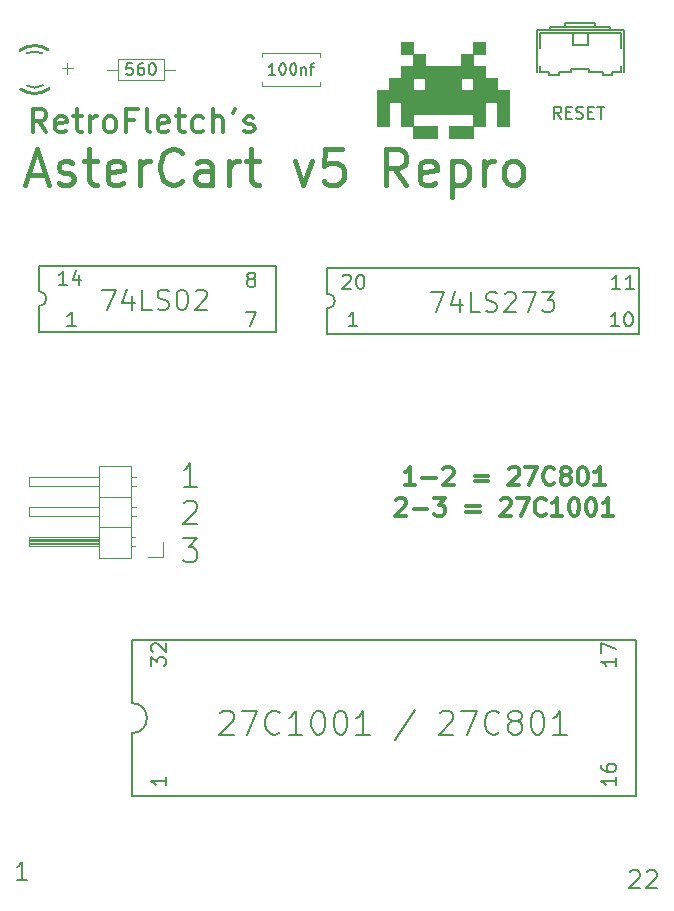
<source format=gbr>
G04 #@! TF.GenerationSoftware,KiCad,Pcbnew,(5.1.2)-2*
G04 #@! TF.CreationDate,2020-09-20T10:45:48+02:00*
G04 #@! TF.ProjectId,FCIII+e5frog134_double_holes_HCT04,46434949-492b-4653-9566-726f67313334,rev?*
G04 #@! TF.SameCoordinates,Original*
G04 #@! TF.FileFunction,Legend,Top*
G04 #@! TF.FilePolarity,Positive*
%FSLAX46Y46*%
G04 Gerber Fmt 4.6, Leading zero omitted, Abs format (unit mm)*
G04 Created by KiCad (PCBNEW (5.1.2)-2) date 2020-09-20 10:45:48*
%MOMM*%
%LPD*%
G04 APERTURE LIST*
%ADD10C,0.350000*%
%ADD11C,0.200000*%
%ADD12C,0.450000*%
%ADD13C,0.300000*%
%ADD14C,0.010000*%
%ADD15C,0.120000*%
%ADD16C,0.127000*%
%ADD17C,0.254000*%
%ADD18C,0.152400*%
%ADD19C,0.141000*%
%ADD20C,0.150000*%
%ADD21C,0.168910*%
%ADD22C,0.120650*%
%ADD23C,0.160000*%
G04 APERTURE END LIST*
D10*
X156192857Y-101978571D02*
X155335714Y-101978571D01*
X155764285Y-101978571D02*
X155764285Y-100478571D01*
X155621428Y-100692857D01*
X155478571Y-100835714D01*
X155335714Y-100907142D01*
X156835714Y-101407142D02*
X157978571Y-101407142D01*
X158621428Y-100621428D02*
X158692857Y-100550000D01*
X158835714Y-100478571D01*
X159192857Y-100478571D01*
X159335714Y-100550000D01*
X159407142Y-100621428D01*
X159478571Y-100764285D01*
X159478571Y-100907142D01*
X159407142Y-101121428D01*
X158550000Y-101978571D01*
X159478571Y-101978571D01*
X161264285Y-101192857D02*
X162407142Y-101192857D01*
X162407142Y-101621428D02*
X161264285Y-101621428D01*
X164192857Y-100621428D02*
X164264285Y-100550000D01*
X164407142Y-100478571D01*
X164764285Y-100478571D01*
X164907142Y-100550000D01*
X164978571Y-100621428D01*
X165050000Y-100764285D01*
X165050000Y-100907142D01*
X164978571Y-101121428D01*
X164121428Y-101978571D01*
X165050000Y-101978571D01*
X165550000Y-100478571D02*
X166550000Y-100478571D01*
X165907142Y-101978571D01*
X167978571Y-101835714D02*
X167907142Y-101907142D01*
X167692857Y-101978571D01*
X167550000Y-101978571D01*
X167335714Y-101907142D01*
X167192857Y-101764285D01*
X167121428Y-101621428D01*
X167050000Y-101335714D01*
X167050000Y-101121428D01*
X167121428Y-100835714D01*
X167192857Y-100692857D01*
X167335714Y-100550000D01*
X167550000Y-100478571D01*
X167692857Y-100478571D01*
X167907142Y-100550000D01*
X167978571Y-100621428D01*
X168835714Y-101121428D02*
X168692857Y-101050000D01*
X168621428Y-100978571D01*
X168550000Y-100835714D01*
X168550000Y-100764285D01*
X168621428Y-100621428D01*
X168692857Y-100550000D01*
X168835714Y-100478571D01*
X169121428Y-100478571D01*
X169264285Y-100550000D01*
X169335714Y-100621428D01*
X169407142Y-100764285D01*
X169407142Y-100835714D01*
X169335714Y-100978571D01*
X169264285Y-101050000D01*
X169121428Y-101121428D01*
X168835714Y-101121428D01*
X168692857Y-101192857D01*
X168621428Y-101264285D01*
X168550000Y-101407142D01*
X168550000Y-101692857D01*
X168621428Y-101835714D01*
X168692857Y-101907142D01*
X168835714Y-101978571D01*
X169121428Y-101978571D01*
X169264285Y-101907142D01*
X169335714Y-101835714D01*
X169407142Y-101692857D01*
X169407142Y-101407142D01*
X169335714Y-101264285D01*
X169264285Y-101192857D01*
X169121428Y-101121428D01*
X170335714Y-100478571D02*
X170478571Y-100478571D01*
X170621428Y-100550000D01*
X170692857Y-100621428D01*
X170764285Y-100764285D01*
X170835714Y-101050000D01*
X170835714Y-101407142D01*
X170764285Y-101692857D01*
X170692857Y-101835714D01*
X170621428Y-101907142D01*
X170478571Y-101978571D01*
X170335714Y-101978571D01*
X170192857Y-101907142D01*
X170121428Y-101835714D01*
X170050000Y-101692857D01*
X169978571Y-101407142D01*
X169978571Y-101050000D01*
X170050000Y-100764285D01*
X170121428Y-100621428D01*
X170192857Y-100550000D01*
X170335714Y-100478571D01*
X172264285Y-101978571D02*
X171407142Y-101978571D01*
X171835714Y-101978571D02*
X171835714Y-100478571D01*
X171692857Y-100692857D01*
X171550000Y-100835714D01*
X171407142Y-100907142D01*
X154621428Y-103221428D02*
X154692857Y-103150000D01*
X154835714Y-103078571D01*
X155192857Y-103078571D01*
X155335714Y-103150000D01*
X155407142Y-103221428D01*
X155478571Y-103364285D01*
X155478571Y-103507142D01*
X155407142Y-103721428D01*
X154550000Y-104578571D01*
X155478571Y-104578571D01*
X156121428Y-104007142D02*
X157264285Y-104007142D01*
X157835714Y-103078571D02*
X158764285Y-103078571D01*
X158264285Y-103650000D01*
X158478571Y-103650000D01*
X158621428Y-103721428D01*
X158692857Y-103792857D01*
X158764285Y-103935714D01*
X158764285Y-104292857D01*
X158692857Y-104435714D01*
X158621428Y-104507142D01*
X158478571Y-104578571D01*
X158050000Y-104578571D01*
X157907142Y-104507142D01*
X157835714Y-104435714D01*
X160550000Y-103792857D02*
X161692857Y-103792857D01*
X161692857Y-104221428D02*
X160550000Y-104221428D01*
X163478571Y-103221428D02*
X163550000Y-103150000D01*
X163692857Y-103078571D01*
X164050000Y-103078571D01*
X164192857Y-103150000D01*
X164264285Y-103221428D01*
X164335714Y-103364285D01*
X164335714Y-103507142D01*
X164264285Y-103721428D01*
X163407142Y-104578571D01*
X164335714Y-104578571D01*
X164835714Y-103078571D02*
X165835714Y-103078571D01*
X165192857Y-104578571D01*
X167264285Y-104435714D02*
X167192857Y-104507142D01*
X166978571Y-104578571D01*
X166835714Y-104578571D01*
X166621428Y-104507142D01*
X166478571Y-104364285D01*
X166407142Y-104221428D01*
X166335714Y-103935714D01*
X166335714Y-103721428D01*
X166407142Y-103435714D01*
X166478571Y-103292857D01*
X166621428Y-103150000D01*
X166835714Y-103078571D01*
X166978571Y-103078571D01*
X167192857Y-103150000D01*
X167264285Y-103221428D01*
X168692857Y-104578571D02*
X167835714Y-104578571D01*
X168264285Y-104578571D02*
X168264285Y-103078571D01*
X168121428Y-103292857D01*
X167978571Y-103435714D01*
X167835714Y-103507142D01*
X169621428Y-103078571D02*
X169764285Y-103078571D01*
X169907142Y-103150000D01*
X169978571Y-103221428D01*
X170050000Y-103364285D01*
X170121428Y-103650000D01*
X170121428Y-104007142D01*
X170050000Y-104292857D01*
X169978571Y-104435714D01*
X169907142Y-104507142D01*
X169764285Y-104578571D01*
X169621428Y-104578571D01*
X169478571Y-104507142D01*
X169407142Y-104435714D01*
X169335714Y-104292857D01*
X169264285Y-104007142D01*
X169264285Y-103650000D01*
X169335714Y-103364285D01*
X169407142Y-103221428D01*
X169478571Y-103150000D01*
X169621428Y-103078571D01*
X171050000Y-103078571D02*
X171192857Y-103078571D01*
X171335714Y-103150000D01*
X171407142Y-103221428D01*
X171478571Y-103364285D01*
X171550000Y-103650000D01*
X171550000Y-104007142D01*
X171478571Y-104292857D01*
X171407142Y-104435714D01*
X171335714Y-104507142D01*
X171192857Y-104578571D01*
X171050000Y-104578571D01*
X170907142Y-104507142D01*
X170835714Y-104435714D01*
X170764285Y-104292857D01*
X170692857Y-104007142D01*
X170692857Y-103650000D01*
X170764285Y-103364285D01*
X170835714Y-103221428D01*
X170907142Y-103150000D01*
X171050000Y-103078571D01*
X172978571Y-104578571D02*
X172121428Y-104578571D01*
X172550000Y-104578571D02*
X172550000Y-103078571D01*
X172407142Y-103292857D01*
X172264285Y-103435714D01*
X172121428Y-103507142D01*
D11*
X137771428Y-102104761D02*
X136628571Y-102104761D01*
X137200000Y-102104761D02*
X137200000Y-100104761D01*
X137009523Y-100390476D01*
X136819047Y-100580952D01*
X136628571Y-100676190D01*
X136628571Y-103495238D02*
X136723809Y-103400000D01*
X136914285Y-103304761D01*
X137390476Y-103304761D01*
X137580952Y-103400000D01*
X137676190Y-103495238D01*
X137771428Y-103685714D01*
X137771428Y-103876190D01*
X137676190Y-104161904D01*
X136533333Y-105304761D01*
X137771428Y-105304761D01*
X136533333Y-106504761D02*
X137771428Y-106504761D01*
X137104761Y-107266666D01*
X137390476Y-107266666D01*
X137580952Y-107361904D01*
X137676190Y-107457142D01*
X137771428Y-107647619D01*
X137771428Y-108123809D01*
X137676190Y-108314285D01*
X137580952Y-108409523D01*
X137390476Y-108504761D01*
X136819047Y-108504761D01*
X136628571Y-108409523D01*
X136533333Y-108314285D01*
X139733333Y-121295238D02*
X139828571Y-121200000D01*
X140019047Y-121104761D01*
X140495238Y-121104761D01*
X140685714Y-121200000D01*
X140780952Y-121295238D01*
X140876190Y-121485714D01*
X140876190Y-121676190D01*
X140780952Y-121961904D01*
X139638095Y-123104761D01*
X140876190Y-123104761D01*
X141542857Y-121104761D02*
X142876190Y-121104761D01*
X142019047Y-123104761D01*
X144780952Y-122914285D02*
X144685714Y-123009523D01*
X144400000Y-123104761D01*
X144209523Y-123104761D01*
X143923809Y-123009523D01*
X143733333Y-122819047D01*
X143638095Y-122628571D01*
X143542857Y-122247619D01*
X143542857Y-121961904D01*
X143638095Y-121580952D01*
X143733333Y-121390476D01*
X143923809Y-121200000D01*
X144209523Y-121104761D01*
X144400000Y-121104761D01*
X144685714Y-121200000D01*
X144780952Y-121295238D01*
X146685714Y-123104761D02*
X145542857Y-123104761D01*
X146114285Y-123104761D02*
X146114285Y-121104761D01*
X145923809Y-121390476D01*
X145733333Y-121580952D01*
X145542857Y-121676190D01*
X147923809Y-121104761D02*
X148114285Y-121104761D01*
X148304761Y-121200000D01*
X148400000Y-121295238D01*
X148495238Y-121485714D01*
X148590476Y-121866666D01*
X148590476Y-122342857D01*
X148495238Y-122723809D01*
X148400000Y-122914285D01*
X148304761Y-123009523D01*
X148114285Y-123104761D01*
X147923809Y-123104761D01*
X147733333Y-123009523D01*
X147638095Y-122914285D01*
X147542857Y-122723809D01*
X147447619Y-122342857D01*
X147447619Y-121866666D01*
X147542857Y-121485714D01*
X147638095Y-121295238D01*
X147733333Y-121200000D01*
X147923809Y-121104761D01*
X149828571Y-121104761D02*
X150019047Y-121104761D01*
X150209523Y-121200000D01*
X150304761Y-121295238D01*
X150400000Y-121485714D01*
X150495238Y-121866666D01*
X150495238Y-122342857D01*
X150400000Y-122723809D01*
X150304761Y-122914285D01*
X150209523Y-123009523D01*
X150019047Y-123104761D01*
X149828571Y-123104761D01*
X149638095Y-123009523D01*
X149542857Y-122914285D01*
X149447619Y-122723809D01*
X149352380Y-122342857D01*
X149352380Y-121866666D01*
X149447619Y-121485714D01*
X149542857Y-121295238D01*
X149638095Y-121200000D01*
X149828571Y-121104761D01*
X152400000Y-123104761D02*
X151257142Y-123104761D01*
X151828571Y-123104761D02*
X151828571Y-121104761D01*
X151638095Y-121390476D01*
X151447619Y-121580952D01*
X151257142Y-121676190D01*
X156209523Y-121009523D02*
X154495238Y-123580952D01*
X158304761Y-121295238D02*
X158400000Y-121200000D01*
X158590476Y-121104761D01*
X159066666Y-121104761D01*
X159257142Y-121200000D01*
X159352380Y-121295238D01*
X159447619Y-121485714D01*
X159447619Y-121676190D01*
X159352380Y-121961904D01*
X158209523Y-123104761D01*
X159447619Y-123104761D01*
X160114285Y-121104761D02*
X161447619Y-121104761D01*
X160590476Y-123104761D01*
X163352380Y-122914285D02*
X163257142Y-123009523D01*
X162971428Y-123104761D01*
X162780952Y-123104761D01*
X162495238Y-123009523D01*
X162304761Y-122819047D01*
X162209523Y-122628571D01*
X162114285Y-122247619D01*
X162114285Y-121961904D01*
X162209523Y-121580952D01*
X162304761Y-121390476D01*
X162495238Y-121200000D01*
X162780952Y-121104761D01*
X162971428Y-121104761D01*
X163257142Y-121200000D01*
X163352380Y-121295238D01*
X164495238Y-121961904D02*
X164304761Y-121866666D01*
X164209523Y-121771428D01*
X164114285Y-121580952D01*
X164114285Y-121485714D01*
X164209523Y-121295238D01*
X164304761Y-121200000D01*
X164495238Y-121104761D01*
X164876190Y-121104761D01*
X165066666Y-121200000D01*
X165161904Y-121295238D01*
X165257142Y-121485714D01*
X165257142Y-121580952D01*
X165161904Y-121771428D01*
X165066666Y-121866666D01*
X164876190Y-121961904D01*
X164495238Y-121961904D01*
X164304761Y-122057142D01*
X164209523Y-122152380D01*
X164114285Y-122342857D01*
X164114285Y-122723809D01*
X164209523Y-122914285D01*
X164304761Y-123009523D01*
X164495238Y-123104761D01*
X164876190Y-123104761D01*
X165066666Y-123009523D01*
X165161904Y-122914285D01*
X165257142Y-122723809D01*
X165257142Y-122342857D01*
X165161904Y-122152380D01*
X165066666Y-122057142D01*
X164876190Y-121961904D01*
X166495238Y-121104761D02*
X166685714Y-121104761D01*
X166876190Y-121200000D01*
X166971428Y-121295238D01*
X167066666Y-121485714D01*
X167161904Y-121866666D01*
X167161904Y-122342857D01*
X167066666Y-122723809D01*
X166971428Y-122914285D01*
X166876190Y-123009523D01*
X166685714Y-123104761D01*
X166495238Y-123104761D01*
X166304761Y-123009523D01*
X166209523Y-122914285D01*
X166114285Y-122723809D01*
X166019047Y-122342857D01*
X166019047Y-121866666D01*
X166114285Y-121485714D01*
X166209523Y-121295238D01*
X166304761Y-121200000D01*
X166495238Y-121104761D01*
X169066666Y-123104761D02*
X167923809Y-123104761D01*
X168495238Y-123104761D02*
X168495238Y-121104761D01*
X168304761Y-121390476D01*
X168114285Y-121580952D01*
X167923809Y-121676190D01*
D12*
X123471428Y-75700000D02*
X124900000Y-75700000D01*
X123185714Y-76557142D02*
X124185714Y-73557142D01*
X125185714Y-76557142D01*
X126042857Y-76414285D02*
X126328571Y-76557142D01*
X126900000Y-76557142D01*
X127185714Y-76414285D01*
X127328571Y-76128571D01*
X127328571Y-75985714D01*
X127185714Y-75700000D01*
X126900000Y-75557142D01*
X126471428Y-75557142D01*
X126185714Y-75414285D01*
X126042857Y-75128571D01*
X126042857Y-74985714D01*
X126185714Y-74700000D01*
X126471428Y-74557142D01*
X126900000Y-74557142D01*
X127185714Y-74700000D01*
X128185714Y-74557142D02*
X129328571Y-74557142D01*
X128614285Y-73557142D02*
X128614285Y-76128571D01*
X128757142Y-76414285D01*
X129042857Y-76557142D01*
X129328571Y-76557142D01*
X131471428Y-76414285D02*
X131185714Y-76557142D01*
X130614285Y-76557142D01*
X130328571Y-76414285D01*
X130185714Y-76128571D01*
X130185714Y-74985714D01*
X130328571Y-74700000D01*
X130614285Y-74557142D01*
X131185714Y-74557142D01*
X131471428Y-74700000D01*
X131614285Y-74985714D01*
X131614285Y-75271428D01*
X130185714Y-75557142D01*
X132900000Y-76557142D02*
X132900000Y-74557142D01*
X132900000Y-75128571D02*
X133042857Y-74842857D01*
X133185714Y-74700000D01*
X133471428Y-74557142D01*
X133757142Y-74557142D01*
X136471428Y-76271428D02*
X136328571Y-76414285D01*
X135900000Y-76557142D01*
X135614285Y-76557142D01*
X135185714Y-76414285D01*
X134900000Y-76128571D01*
X134757142Y-75842857D01*
X134614285Y-75271428D01*
X134614285Y-74842857D01*
X134757142Y-74271428D01*
X134900000Y-73985714D01*
X135185714Y-73700000D01*
X135614285Y-73557142D01*
X135900000Y-73557142D01*
X136328571Y-73700000D01*
X136471428Y-73842857D01*
X139042857Y-76557142D02*
X139042857Y-74985714D01*
X138900000Y-74700000D01*
X138614285Y-74557142D01*
X138042857Y-74557142D01*
X137757142Y-74700000D01*
X139042857Y-76414285D02*
X138757142Y-76557142D01*
X138042857Y-76557142D01*
X137757142Y-76414285D01*
X137614285Y-76128571D01*
X137614285Y-75842857D01*
X137757142Y-75557142D01*
X138042857Y-75414285D01*
X138757142Y-75414285D01*
X139042857Y-75271428D01*
X140471428Y-76557142D02*
X140471428Y-74557142D01*
X140471428Y-75128571D02*
X140614285Y-74842857D01*
X140757142Y-74700000D01*
X141042857Y-74557142D01*
X141328571Y-74557142D01*
X141900000Y-74557142D02*
X143042857Y-74557142D01*
X142328571Y-73557142D02*
X142328571Y-76128571D01*
X142471428Y-76414285D01*
X142757142Y-76557142D01*
X143042857Y-76557142D01*
X146042857Y-74557142D02*
X146757142Y-76557142D01*
X147471428Y-74557142D01*
X150042857Y-73557142D02*
X148614285Y-73557142D01*
X148471428Y-74985714D01*
X148614285Y-74842857D01*
X148900000Y-74700000D01*
X149614285Y-74700000D01*
X149900000Y-74842857D01*
X150042857Y-74985714D01*
X150185714Y-75271428D01*
X150185714Y-75985714D01*
X150042857Y-76271428D01*
X149900000Y-76414285D01*
X149614285Y-76557142D01*
X148900000Y-76557142D01*
X148614285Y-76414285D01*
X148471428Y-76271428D01*
X155471428Y-76557142D02*
X154471428Y-75128571D01*
X153757142Y-76557142D02*
X153757142Y-73557142D01*
X154900000Y-73557142D01*
X155185714Y-73700000D01*
X155328571Y-73842857D01*
X155471428Y-74128571D01*
X155471428Y-74557142D01*
X155328571Y-74842857D01*
X155185714Y-74985714D01*
X154900000Y-75128571D01*
X153757142Y-75128571D01*
X157900000Y-76414285D02*
X157614285Y-76557142D01*
X157042857Y-76557142D01*
X156757142Y-76414285D01*
X156614285Y-76128571D01*
X156614285Y-74985714D01*
X156757142Y-74700000D01*
X157042857Y-74557142D01*
X157614285Y-74557142D01*
X157900000Y-74700000D01*
X158042857Y-74985714D01*
X158042857Y-75271428D01*
X156614285Y-75557142D01*
X159328571Y-74557142D02*
X159328571Y-77557142D01*
X159328571Y-74700000D02*
X159614285Y-74557142D01*
X160185714Y-74557142D01*
X160471428Y-74700000D01*
X160614285Y-74842857D01*
X160757142Y-75128571D01*
X160757142Y-75985714D01*
X160614285Y-76271428D01*
X160471428Y-76414285D01*
X160185714Y-76557142D01*
X159614285Y-76557142D01*
X159328571Y-76414285D01*
X162042857Y-76557142D02*
X162042857Y-74557142D01*
X162042857Y-75128571D02*
X162185714Y-74842857D01*
X162328571Y-74700000D01*
X162614285Y-74557142D01*
X162900000Y-74557142D01*
X164328571Y-76557142D02*
X164042857Y-76414285D01*
X163900000Y-76271428D01*
X163757142Y-75985714D01*
X163757142Y-75128571D01*
X163900000Y-74842857D01*
X164042857Y-74700000D01*
X164328571Y-74557142D01*
X164757142Y-74557142D01*
X165042857Y-74700000D01*
X165185714Y-74842857D01*
X165328571Y-75128571D01*
X165328571Y-75985714D01*
X165185714Y-76271428D01*
X165042857Y-76414285D01*
X164757142Y-76557142D01*
X164328571Y-76557142D01*
D13*
X125009523Y-72104761D02*
X124342857Y-71152380D01*
X123866666Y-72104761D02*
X123866666Y-70104761D01*
X124628571Y-70104761D01*
X124819047Y-70200000D01*
X124914285Y-70295238D01*
X125009523Y-70485714D01*
X125009523Y-70771428D01*
X124914285Y-70961904D01*
X124819047Y-71057142D01*
X124628571Y-71152380D01*
X123866666Y-71152380D01*
X126628571Y-72009523D02*
X126438095Y-72104761D01*
X126057142Y-72104761D01*
X125866666Y-72009523D01*
X125771428Y-71819047D01*
X125771428Y-71057142D01*
X125866666Y-70866666D01*
X126057142Y-70771428D01*
X126438095Y-70771428D01*
X126628571Y-70866666D01*
X126723809Y-71057142D01*
X126723809Y-71247619D01*
X125771428Y-71438095D01*
X127295238Y-70771428D02*
X128057142Y-70771428D01*
X127580952Y-70104761D02*
X127580952Y-71819047D01*
X127676190Y-72009523D01*
X127866666Y-72104761D01*
X128057142Y-72104761D01*
X128723809Y-72104761D02*
X128723809Y-70771428D01*
X128723809Y-71152380D02*
X128819047Y-70961904D01*
X128914285Y-70866666D01*
X129104761Y-70771428D01*
X129295238Y-70771428D01*
X130247619Y-72104761D02*
X130057142Y-72009523D01*
X129961904Y-71914285D01*
X129866666Y-71723809D01*
X129866666Y-71152380D01*
X129961904Y-70961904D01*
X130057142Y-70866666D01*
X130247619Y-70771428D01*
X130533333Y-70771428D01*
X130723809Y-70866666D01*
X130819047Y-70961904D01*
X130914285Y-71152380D01*
X130914285Y-71723809D01*
X130819047Y-71914285D01*
X130723809Y-72009523D01*
X130533333Y-72104761D01*
X130247619Y-72104761D01*
X132438095Y-71057142D02*
X131771428Y-71057142D01*
X131771428Y-72104761D02*
X131771428Y-70104761D01*
X132723809Y-70104761D01*
X133771428Y-72104761D02*
X133580952Y-72009523D01*
X133485714Y-71819047D01*
X133485714Y-70104761D01*
X135295238Y-72009523D02*
X135104761Y-72104761D01*
X134723809Y-72104761D01*
X134533333Y-72009523D01*
X134438095Y-71819047D01*
X134438095Y-71057142D01*
X134533333Y-70866666D01*
X134723809Y-70771428D01*
X135104761Y-70771428D01*
X135295238Y-70866666D01*
X135390476Y-71057142D01*
X135390476Y-71247619D01*
X134438095Y-71438095D01*
X135961904Y-70771428D02*
X136723809Y-70771428D01*
X136247619Y-70104761D02*
X136247619Y-71819047D01*
X136342857Y-72009523D01*
X136533333Y-72104761D01*
X136723809Y-72104761D01*
X138247619Y-72009523D02*
X138057142Y-72104761D01*
X137676190Y-72104761D01*
X137485714Y-72009523D01*
X137390476Y-71914285D01*
X137295238Y-71723809D01*
X137295238Y-71152380D01*
X137390476Y-70961904D01*
X137485714Y-70866666D01*
X137676190Y-70771428D01*
X138057142Y-70771428D01*
X138247619Y-70866666D01*
X139104761Y-72104761D02*
X139104761Y-70104761D01*
X139961904Y-72104761D02*
X139961904Y-71057142D01*
X139866666Y-70866666D01*
X139676190Y-70771428D01*
X139390476Y-70771428D01*
X139200000Y-70866666D01*
X139104761Y-70961904D01*
X141009523Y-70104761D02*
X140819047Y-70485714D01*
X141771428Y-72009523D02*
X141961904Y-72104761D01*
X142342857Y-72104761D01*
X142533333Y-72009523D01*
X142628571Y-71819047D01*
X142628571Y-71723809D01*
X142533333Y-71533333D01*
X142342857Y-71438095D01*
X142057142Y-71438095D01*
X141866666Y-71342857D01*
X141771428Y-71152380D01*
X141771428Y-71057142D01*
X141866666Y-70866666D01*
X142057142Y-70771428D01*
X142342857Y-70771428D01*
X142533333Y-70866666D01*
D14*
G36*
X161140000Y-66476000D02*
G01*
X162156000Y-66476000D01*
X162156000Y-67492000D01*
X163172000Y-67492000D01*
X163172000Y-68508000D01*
X164188000Y-68508000D01*
X164188000Y-71556000D01*
X163172000Y-71556000D01*
X163172000Y-69524000D01*
X162156000Y-69524000D01*
X162156000Y-71556000D01*
X161140000Y-71556000D01*
X161140000Y-70540000D01*
X156060000Y-70540000D01*
X156060000Y-71556000D01*
X155044000Y-71556000D01*
X155044000Y-69524000D01*
X154028000Y-69524000D01*
X154028000Y-71556000D01*
X153012000Y-71556000D01*
X153012000Y-68508000D01*
X154028000Y-68508000D01*
X154028000Y-67492000D01*
X155044000Y-67492000D01*
X156060000Y-67492000D01*
X156060000Y-68508000D01*
X157076000Y-68508000D01*
X157076000Y-67492000D01*
X160124000Y-67492000D01*
X160124000Y-68508000D01*
X161140000Y-68508000D01*
X161140000Y-67492000D01*
X160124000Y-67492000D01*
X157076000Y-67492000D01*
X156060000Y-67492000D01*
X155044000Y-67492000D01*
X155044000Y-66476000D01*
X156060000Y-66476000D01*
X156060000Y-65460000D01*
X157076000Y-65460000D01*
X157076000Y-66476000D01*
X160124000Y-66476000D01*
X160124000Y-65460000D01*
X161140000Y-65460000D01*
X161140000Y-66476000D01*
X161140000Y-66476000D01*
G37*
X161140000Y-66476000D02*
X162156000Y-66476000D01*
X162156000Y-67492000D01*
X163172000Y-67492000D01*
X163172000Y-68508000D01*
X164188000Y-68508000D01*
X164188000Y-71556000D01*
X163172000Y-71556000D01*
X163172000Y-69524000D01*
X162156000Y-69524000D01*
X162156000Y-71556000D01*
X161140000Y-71556000D01*
X161140000Y-70540000D01*
X156060000Y-70540000D01*
X156060000Y-71556000D01*
X155044000Y-71556000D01*
X155044000Y-69524000D01*
X154028000Y-69524000D01*
X154028000Y-71556000D01*
X153012000Y-71556000D01*
X153012000Y-68508000D01*
X154028000Y-68508000D01*
X154028000Y-67492000D01*
X155044000Y-67492000D01*
X156060000Y-67492000D01*
X156060000Y-68508000D01*
X157076000Y-68508000D01*
X157076000Y-67492000D01*
X160124000Y-67492000D01*
X160124000Y-68508000D01*
X161140000Y-68508000D01*
X161140000Y-67492000D01*
X160124000Y-67492000D01*
X157076000Y-67492000D01*
X156060000Y-67492000D01*
X155044000Y-67492000D01*
X155044000Y-66476000D01*
X156060000Y-66476000D01*
X156060000Y-65460000D01*
X157076000Y-65460000D01*
X157076000Y-66476000D01*
X160124000Y-66476000D01*
X160124000Y-65460000D01*
X161140000Y-65460000D01*
X161140000Y-66476000D01*
G36*
X161140000Y-64444000D02*
G01*
X162156000Y-64444000D01*
X162156000Y-65460000D01*
X161140000Y-65460000D01*
X161140000Y-64444000D01*
X161140000Y-64444000D01*
G37*
X161140000Y-64444000D02*
X162156000Y-64444000D01*
X162156000Y-65460000D01*
X161140000Y-65460000D01*
X161140000Y-64444000D01*
G36*
X161140000Y-72572000D02*
G01*
X159108000Y-72572000D01*
X159108000Y-71556000D01*
X161140000Y-71556000D01*
X161140000Y-72572000D01*
X161140000Y-72572000D01*
G37*
X161140000Y-72572000D02*
X159108000Y-72572000D01*
X159108000Y-71556000D01*
X161140000Y-71556000D01*
X161140000Y-72572000D01*
G36*
X155044000Y-65460000D02*
G01*
X155044000Y-64444000D01*
X156060000Y-64444000D01*
X156060000Y-65460000D01*
X155044000Y-65460000D01*
X155044000Y-65460000D01*
G37*
X155044000Y-65460000D02*
X155044000Y-64444000D01*
X156060000Y-64444000D01*
X156060000Y-65460000D01*
X155044000Y-65460000D01*
G36*
X158092000Y-71556000D02*
G01*
X158092000Y-72572000D01*
X156060000Y-72572000D01*
X156060000Y-71556000D01*
X158092000Y-71556000D01*
X158092000Y-71556000D01*
G37*
X158092000Y-71556000D02*
X158092000Y-72572000D01*
X156060000Y-72572000D01*
X156060000Y-71556000D01*
X158092000Y-71556000D01*
D15*
X148170000Y-67855000D02*
X148170000Y-68170000D01*
X148170000Y-65430000D02*
X148170000Y-65745000D01*
X143230000Y-67855000D02*
X143230000Y-68170000D01*
X143230000Y-65430000D02*
X143230000Y-65745000D01*
X143230000Y-68170000D02*
X148170000Y-68170000D01*
X143230000Y-65430000D02*
X148170000Y-65430000D01*
X135880000Y-66800000D02*
X134930000Y-66800000D01*
X130140000Y-66800000D02*
X131090000Y-66800000D01*
X134930000Y-65880000D02*
X131090000Y-65880000D01*
X134930000Y-67720000D02*
X134930000Y-65880000D01*
X131090000Y-67720000D02*
X134930000Y-67720000D01*
X131090000Y-65880000D02*
X131090000Y-67720000D01*
X134870000Y-108070000D02*
X133600000Y-108070000D01*
X134870000Y-106800000D02*
X134870000Y-108070000D01*
X132557071Y-101340000D02*
X132160000Y-101340000D01*
X132557071Y-102100000D02*
X132160000Y-102100000D01*
X123500000Y-101340000D02*
X129500000Y-101340000D01*
X123500000Y-102100000D02*
X123500000Y-101340000D01*
X129500000Y-102100000D02*
X123500000Y-102100000D01*
X132160000Y-102990000D02*
X129500000Y-102990000D01*
X132557071Y-103880000D02*
X132160000Y-103880000D01*
X132557071Y-104640000D02*
X132160000Y-104640000D01*
X123500000Y-103880000D02*
X129500000Y-103880000D01*
X123500000Y-104640000D02*
X123500000Y-103880000D01*
X129500000Y-104640000D02*
X123500000Y-104640000D01*
X132160000Y-105530000D02*
X129500000Y-105530000D01*
X132490000Y-106420000D02*
X132160000Y-106420000D01*
X132490000Y-107180000D02*
X132160000Y-107180000D01*
X129500000Y-106520000D02*
X123500000Y-106520000D01*
X129500000Y-106640000D02*
X123500000Y-106640000D01*
X129500000Y-106760000D02*
X123500000Y-106760000D01*
X129500000Y-106880000D02*
X123500000Y-106880000D01*
X129500000Y-107000000D02*
X123500000Y-107000000D01*
X129500000Y-107120000D02*
X123500000Y-107120000D01*
X123500000Y-106420000D02*
X129500000Y-106420000D01*
X123500000Y-107180000D02*
X123500000Y-106420000D01*
X129500000Y-107180000D02*
X123500000Y-107180000D01*
X129500000Y-108130000D02*
X132160000Y-108130000D01*
X129500000Y-100390000D02*
X129500000Y-108130000D01*
X132160000Y-100390000D02*
X129500000Y-100390000D01*
X132160000Y-108130000D02*
X132160000Y-100390000D01*
D16*
X132245100Y-115104600D02*
X174917100Y-115104600D01*
X132245100Y-115104600D02*
X132245100Y-120438600D01*
X132245100Y-128312600D02*
X174917100Y-128312600D01*
X174917100Y-128312600D02*
X174917100Y-115104600D01*
X132245100Y-122978600D02*
G75*
G03X132245100Y-120438600I0J1270000D01*
G01*
X132245100Y-122978600D02*
X132245100Y-128312600D01*
X148792000Y-83606000D02*
X175208000Y-83606000D01*
X148792000Y-83606000D02*
X148792000Y-85765000D01*
X175208000Y-89194000D02*
X148792000Y-89194000D01*
X175208000Y-89194000D02*
X175208000Y-83606000D01*
X148792000Y-85765000D02*
G75*
G02X148792000Y-87035000I0J-635000D01*
G01*
X148792000Y-87035000D02*
X148792000Y-89194000D01*
X144433000Y-88994000D02*
X144433000Y-83406000D01*
X124367000Y-88994000D02*
X144433000Y-88994000D01*
X124367000Y-83406000D02*
X124367000Y-85565000D01*
X144433000Y-83406000D02*
X124367000Y-83406000D01*
X124367000Y-85565000D02*
G75*
G02X124367000Y-86835000I0J-635000D01*
G01*
X124367000Y-86835000D02*
X124367000Y-88994000D01*
D17*
X122843400Y-68470700D02*
G75*
G03X124000000Y-68832000I1156626J1670700D01*
G01*
X122780800Y-65174400D02*
G75*
G02X124000000Y-64768000I1219200J-1625600D01*
G01*
X124000000Y-68832000D02*
G75*
G03X125219200Y-68425600I0J2032000D01*
G01*
X124000000Y-64768000D02*
G75*
G02X125156600Y-65129300I-26J-2032000D01*
G01*
D16*
X124000000Y-65276000D02*
G75*
G02X124681600Y-65436900I32J-1524000D01*
G01*
X123318400Y-65436900D02*
G75*
G02X124000000Y-65276000I681568J-1363100D01*
G01*
X124000000Y-68324000D02*
G75*
G03X124740100Y-68132200I-48J1524000D01*
G01*
X123369400Y-68187400D02*
G75*
G03X124000000Y-68324000I630632J1387400D01*
G01*
D18*
X166782100Y-66520600D02*
X166782100Y-67028600D01*
X166782100Y-64996600D02*
X166782100Y-63726600D01*
X173640100Y-64996600D02*
X173640100Y-63726600D01*
X173640100Y-66520600D02*
X173640100Y-67028600D01*
X167544100Y-67028600D02*
X166782100Y-67028600D01*
X167544100Y-67028600D02*
X167544100Y-67282600D01*
X168433100Y-67282600D02*
X167544100Y-67282600D01*
X168433100Y-67028600D02*
X168433100Y-67282600D01*
X169449100Y-67028600D02*
X168433100Y-67028600D01*
X169449100Y-67028600D02*
X169449100Y-66774600D01*
X170973100Y-66774600D02*
X169449100Y-66774600D01*
X170973100Y-66774600D02*
X170973100Y-67028600D01*
X172116100Y-67028600D02*
X170973100Y-67028600D01*
X172116100Y-67028600D02*
X172116100Y-67282600D01*
X172878100Y-67282600D02*
X172116100Y-67282600D01*
X172878100Y-67282600D02*
X172878100Y-67028600D01*
X173640100Y-67028600D02*
X172878100Y-67028600D01*
X169576100Y-63726600D02*
X166782100Y-63726600D01*
X169576100Y-63726600D02*
X169576100Y-64742600D01*
X170846100Y-64742600D02*
X169576100Y-64742600D01*
X170846100Y-63726600D02*
X169576100Y-63726600D01*
X170846100Y-63726600D02*
X170846100Y-64742600D01*
X168941100Y-63218600D02*
X167671100Y-63218600D01*
X168941100Y-63218600D02*
X168941100Y-62837600D01*
X171481100Y-62837600D02*
X168941100Y-62837600D01*
X171481100Y-63218600D02*
X168941100Y-63218600D01*
X171481100Y-63218600D02*
X171481100Y-62837600D01*
X167671100Y-63472600D02*
X173894100Y-63472600D01*
X167671100Y-63472600D02*
X167671100Y-63218600D01*
X172751100Y-63218600D02*
X171481100Y-63218600D01*
X172751100Y-63472600D02*
X172751100Y-63218600D01*
X173640100Y-63726600D02*
X170846100Y-63726600D01*
X173894100Y-67028600D02*
X173894100Y-63472600D01*
X166528100Y-63472600D02*
X167671100Y-63472600D01*
X166528100Y-67028600D02*
X166528100Y-63472600D01*
D19*
X144379523Y-67225238D02*
X143842380Y-67225238D01*
X144110952Y-67225238D02*
X144110952Y-66285238D01*
X144021428Y-66419523D01*
X143931904Y-66509047D01*
X143842380Y-66553809D01*
X144961428Y-66285238D02*
X145050952Y-66285238D01*
X145140476Y-66330000D01*
X145185238Y-66374761D01*
X145230000Y-66464285D01*
X145274761Y-66643333D01*
X145274761Y-66867142D01*
X145230000Y-67046190D01*
X145185238Y-67135714D01*
X145140476Y-67180476D01*
X145050952Y-67225238D01*
X144961428Y-67225238D01*
X144871904Y-67180476D01*
X144827142Y-67135714D01*
X144782380Y-67046190D01*
X144737619Y-66867142D01*
X144737619Y-66643333D01*
X144782380Y-66464285D01*
X144827142Y-66374761D01*
X144871904Y-66330000D01*
X144961428Y-66285238D01*
X145856666Y-66285238D02*
X145946190Y-66285238D01*
X146035714Y-66330000D01*
X146080476Y-66374761D01*
X146125238Y-66464285D01*
X146170000Y-66643333D01*
X146170000Y-66867142D01*
X146125238Y-67046190D01*
X146080476Y-67135714D01*
X146035714Y-67180476D01*
X145946190Y-67225238D01*
X145856666Y-67225238D01*
X145767142Y-67180476D01*
X145722380Y-67135714D01*
X145677619Y-67046190D01*
X145632857Y-66867142D01*
X145632857Y-66643333D01*
X145677619Y-66464285D01*
X145722380Y-66374761D01*
X145767142Y-66330000D01*
X145856666Y-66285238D01*
X146572857Y-66598571D02*
X146572857Y-67225238D01*
X146572857Y-66688095D02*
X146617619Y-66643333D01*
X146707142Y-66598571D01*
X146841428Y-66598571D01*
X146930952Y-66643333D01*
X146975714Y-66732857D01*
X146975714Y-67225238D01*
X147289047Y-66598571D02*
X147647142Y-66598571D01*
X147423333Y-67225238D02*
X147423333Y-66419523D01*
X147468095Y-66330000D01*
X147557619Y-66285238D01*
X147647142Y-66285238D01*
D20*
X132295714Y-66252380D02*
X131819523Y-66252380D01*
X131771904Y-66728571D01*
X131819523Y-66680952D01*
X131914761Y-66633333D01*
X132152857Y-66633333D01*
X132248095Y-66680952D01*
X132295714Y-66728571D01*
X132343333Y-66823809D01*
X132343333Y-67061904D01*
X132295714Y-67157142D01*
X132248095Y-67204761D01*
X132152857Y-67252380D01*
X131914761Y-67252380D01*
X131819523Y-67204761D01*
X131771904Y-67157142D01*
X133200476Y-66252380D02*
X133010000Y-66252380D01*
X132914761Y-66300000D01*
X132867142Y-66347619D01*
X132771904Y-66490476D01*
X132724285Y-66680952D01*
X132724285Y-67061904D01*
X132771904Y-67157142D01*
X132819523Y-67204761D01*
X132914761Y-67252380D01*
X133105238Y-67252380D01*
X133200476Y-67204761D01*
X133248095Y-67157142D01*
X133295714Y-67061904D01*
X133295714Y-66823809D01*
X133248095Y-66728571D01*
X133200476Y-66680952D01*
X133105238Y-66633333D01*
X132914761Y-66633333D01*
X132819523Y-66680952D01*
X132771904Y-66728571D01*
X132724285Y-66823809D01*
X133914761Y-66252380D02*
X134010000Y-66252380D01*
X134105238Y-66300000D01*
X134152857Y-66347619D01*
X134200476Y-66442857D01*
X134248095Y-66633333D01*
X134248095Y-66871428D01*
X134200476Y-67061904D01*
X134152857Y-67157142D01*
X134105238Y-67204761D01*
X134010000Y-67252380D01*
X133914761Y-67252380D01*
X133819523Y-67204761D01*
X133771904Y-67157142D01*
X133724285Y-67061904D01*
X133676666Y-66871428D01*
X133676666Y-66633333D01*
X133724285Y-66442857D01*
X133771904Y-66347619D01*
X133819523Y-66300000D01*
X133914761Y-66252380D01*
D16*
X173208647Y-116592011D02*
X173208647Y-117281440D01*
X173208647Y-116936726D02*
X172002147Y-116936726D01*
X172174504Y-117051630D01*
X172289409Y-117166535D01*
X172346861Y-117281440D01*
X172002147Y-116189845D02*
X172002147Y-115385511D01*
X173208647Y-115902583D01*
X173208647Y-126726611D02*
X173208647Y-127416040D01*
X173208647Y-127071326D02*
X172002147Y-127071326D01*
X172174504Y-127186230D01*
X172289409Y-127301135D01*
X172346861Y-127416040D01*
X172002147Y-125692469D02*
X172002147Y-125922278D01*
X172059600Y-126037183D01*
X172117052Y-126094635D01*
X172289409Y-126209540D01*
X172519219Y-126266992D01*
X172978838Y-126266992D01*
X173093742Y-126209540D01*
X173151195Y-126152088D01*
X173208647Y-126037183D01*
X173208647Y-125807373D01*
X173151195Y-125692469D01*
X173093742Y-125635016D01*
X172978838Y-125577564D01*
X172691576Y-125577564D01*
X172576671Y-125635016D01*
X172519219Y-125692469D01*
X172461766Y-125807373D01*
X172461766Y-126037183D01*
X172519219Y-126152088D01*
X172576671Y-126209540D01*
X172691576Y-126266992D01*
X133902147Y-117288092D02*
X133902147Y-116541211D01*
X134361766Y-116943378D01*
X134361766Y-116771021D01*
X134419219Y-116656116D01*
X134476671Y-116598664D01*
X134591576Y-116541211D01*
X134878838Y-116541211D01*
X134993742Y-116598664D01*
X135051195Y-116656116D01*
X135108647Y-116771021D01*
X135108647Y-117115735D01*
X135051195Y-117230640D01*
X134993742Y-117288092D01*
X134017052Y-116081592D02*
X133959600Y-116024140D01*
X133902147Y-115909235D01*
X133902147Y-115621973D01*
X133959600Y-115507069D01*
X134017052Y-115449616D01*
X134131957Y-115392164D01*
X134246861Y-115392164D01*
X134419219Y-115449616D01*
X135108647Y-116139045D01*
X135108647Y-115392164D01*
X135108647Y-126726611D02*
X135108647Y-127416040D01*
X135108647Y-127071326D02*
X133902147Y-127071326D01*
X134074504Y-127186230D01*
X134189409Y-127301135D01*
X134246861Y-127416040D01*
D21*
X157551091Y-85630466D02*
X158677158Y-85630466D01*
X157953258Y-87319566D01*
X160044524Y-86193500D02*
X160044524Y-87319566D01*
X159642358Y-85550033D02*
X159240191Y-86756533D01*
X160285824Y-86756533D01*
X161733624Y-87319566D02*
X160929291Y-87319566D01*
X160929291Y-85630466D01*
X162216224Y-87239133D02*
X162457524Y-87319566D01*
X162859691Y-87319566D01*
X163020558Y-87239133D01*
X163100991Y-87158700D01*
X163181424Y-86997833D01*
X163181424Y-86836966D01*
X163100991Y-86676100D01*
X163020558Y-86595666D01*
X162859691Y-86515233D01*
X162537958Y-86434800D01*
X162377091Y-86354366D01*
X162296658Y-86273933D01*
X162216224Y-86113066D01*
X162216224Y-85952200D01*
X162296658Y-85791333D01*
X162377091Y-85710900D01*
X162537958Y-85630466D01*
X162940124Y-85630466D01*
X163181424Y-85710900D01*
X163824891Y-85791333D02*
X163905324Y-85710900D01*
X164066191Y-85630466D01*
X164468358Y-85630466D01*
X164629224Y-85710900D01*
X164709658Y-85791333D01*
X164790091Y-85952200D01*
X164790091Y-86113066D01*
X164709658Y-86354366D01*
X163744458Y-87319566D01*
X164790091Y-87319566D01*
X165353124Y-85630466D02*
X166479191Y-85630466D01*
X165755291Y-87319566D01*
X166961791Y-85630466D02*
X168007424Y-85630466D01*
X167444391Y-86273933D01*
X167685691Y-86273933D01*
X167846558Y-86354366D01*
X167926991Y-86434800D01*
X168007424Y-86595666D01*
X168007424Y-86997833D01*
X167926991Y-87158700D01*
X167846558Y-87239133D01*
X167685691Y-87319566D01*
X167203091Y-87319566D01*
X167042224Y-87239133D01*
X166961791Y-87158700D01*
D18*
X173483098Y-88552347D02*
X172793669Y-88552347D01*
X173138383Y-88552347D02*
X173138383Y-87345847D01*
X173023479Y-87518204D01*
X172908574Y-87633109D01*
X172793669Y-87690561D01*
X174229979Y-87345847D02*
X174344883Y-87345847D01*
X174459788Y-87403300D01*
X174517240Y-87460752D01*
X174574693Y-87575657D01*
X174632145Y-87805466D01*
X174632145Y-88092728D01*
X174574693Y-88322538D01*
X174517240Y-88437442D01*
X174459788Y-88494895D01*
X174344883Y-88552347D01*
X174229979Y-88552347D01*
X174115074Y-88494895D01*
X174057621Y-88437442D01*
X174000169Y-88322538D01*
X173942717Y-88092728D01*
X173942717Y-87805466D01*
X174000169Y-87575657D01*
X174057621Y-87460752D01*
X174115074Y-87403300D01*
X174229979Y-87345847D01*
X173610098Y-85377347D02*
X172920669Y-85377347D01*
X173265383Y-85377347D02*
X173265383Y-84170847D01*
X173150479Y-84343204D01*
X173035574Y-84458109D01*
X172920669Y-84515561D01*
X174759145Y-85377347D02*
X174069717Y-85377347D01*
X174414431Y-85377347D02*
X174414431Y-84170847D01*
X174299526Y-84343204D01*
X174184621Y-84458109D01*
X174069717Y-84515561D01*
X150086069Y-84285752D02*
X150143521Y-84228300D01*
X150258426Y-84170847D01*
X150545688Y-84170847D01*
X150660593Y-84228300D01*
X150718045Y-84285752D01*
X150775498Y-84400657D01*
X150775498Y-84515561D01*
X150718045Y-84687919D01*
X150028617Y-85377347D01*
X150775498Y-85377347D01*
X151522379Y-84170847D02*
X151637283Y-84170847D01*
X151752188Y-84228300D01*
X151809640Y-84285752D01*
X151867093Y-84400657D01*
X151924545Y-84630466D01*
X151924545Y-84917728D01*
X151867093Y-85147538D01*
X151809640Y-85262442D01*
X151752188Y-85319895D01*
X151637283Y-85377347D01*
X151522379Y-85377347D01*
X151407474Y-85319895D01*
X151350021Y-85262442D01*
X151292569Y-85147538D01*
X151235117Y-84917728D01*
X151235117Y-84630466D01*
X151292569Y-84400657D01*
X151350021Y-84285752D01*
X151407474Y-84228300D01*
X151522379Y-84170847D01*
X151283498Y-88552347D02*
X150594069Y-88552347D01*
X150938783Y-88552347D02*
X150938783Y-87345847D01*
X150823879Y-87518204D01*
X150708974Y-87633109D01*
X150594069Y-87690561D01*
D21*
X129751091Y-85430466D02*
X130877158Y-85430466D01*
X130153258Y-87119566D01*
X132244524Y-85993500D02*
X132244524Y-87119566D01*
X131842358Y-85350033D02*
X131440191Y-86556533D01*
X132485824Y-86556533D01*
X133933624Y-87119566D02*
X133129291Y-87119566D01*
X133129291Y-85430466D01*
X134416224Y-87039133D02*
X134657524Y-87119566D01*
X135059691Y-87119566D01*
X135220558Y-87039133D01*
X135300991Y-86958700D01*
X135381424Y-86797833D01*
X135381424Y-86636966D01*
X135300991Y-86476100D01*
X135220558Y-86395666D01*
X135059691Y-86315233D01*
X134737958Y-86234800D01*
X134577091Y-86154366D01*
X134496658Y-86073933D01*
X134416224Y-85913066D01*
X134416224Y-85752200D01*
X134496658Y-85591333D01*
X134577091Y-85510900D01*
X134737958Y-85430466D01*
X135140124Y-85430466D01*
X135381424Y-85510900D01*
X136427058Y-85430466D02*
X136587924Y-85430466D01*
X136748791Y-85510900D01*
X136829224Y-85591333D01*
X136909658Y-85752200D01*
X136990091Y-86073933D01*
X136990091Y-86476100D01*
X136909658Y-86797833D01*
X136829224Y-86958700D01*
X136748791Y-87039133D01*
X136587924Y-87119566D01*
X136427058Y-87119566D01*
X136266191Y-87039133D01*
X136185758Y-86958700D01*
X136105324Y-86797833D01*
X136024891Y-86476100D01*
X136024891Y-86073933D01*
X136105324Y-85752200D01*
X136185758Y-85591333D01*
X136266191Y-85510900D01*
X136427058Y-85430466D01*
X137633558Y-85591333D02*
X137713991Y-85510900D01*
X137874858Y-85430466D01*
X138277024Y-85430466D01*
X138437891Y-85510900D01*
X138518324Y-85591333D01*
X138598758Y-85752200D01*
X138598758Y-85913066D01*
X138518324Y-86154366D01*
X137553124Y-87119566D01*
X138598758Y-87119566D01*
D16*
X142231969Y-84513319D02*
X142117064Y-84455866D01*
X142059611Y-84398414D01*
X142002159Y-84283509D01*
X142002159Y-84226057D01*
X142059611Y-84111152D01*
X142117064Y-84053700D01*
X142231969Y-83996247D01*
X142461778Y-83996247D01*
X142576683Y-84053700D01*
X142634135Y-84111152D01*
X142691588Y-84226057D01*
X142691588Y-84283509D01*
X142634135Y-84398414D01*
X142576683Y-84455866D01*
X142461778Y-84513319D01*
X142231969Y-84513319D01*
X142117064Y-84570771D01*
X142059611Y-84628223D01*
X142002159Y-84743128D01*
X142002159Y-84972938D01*
X142059611Y-85087842D01*
X142117064Y-85145295D01*
X142231969Y-85202747D01*
X142461778Y-85202747D01*
X142576683Y-85145295D01*
X142634135Y-85087842D01*
X142691588Y-84972938D01*
X142691588Y-84743128D01*
X142634135Y-84628223D01*
X142576683Y-84570771D01*
X142461778Y-84513319D01*
X141944707Y-87323647D02*
X142749040Y-87323647D01*
X142231969Y-88530147D01*
X126765788Y-85024947D02*
X126076359Y-85024947D01*
X126421073Y-85024947D02*
X126421073Y-83818447D01*
X126306169Y-83990804D01*
X126191264Y-84105709D01*
X126076359Y-84163161D01*
X127799930Y-84220614D02*
X127799930Y-85024947D01*
X127512669Y-83760995D02*
X127225407Y-84622780D01*
X127972288Y-84622780D01*
X127476988Y-88530147D02*
X126787559Y-88530147D01*
X127132273Y-88530147D02*
X127132273Y-87323647D01*
X127017369Y-87496004D01*
X126902464Y-87610909D01*
X126787559Y-87668361D01*
D20*
D22*
X126315077Y-66682928D02*
X127234315Y-66682928D01*
X126774696Y-67142547D02*
X126774696Y-66223309D01*
D23*
X174393523Y-134752380D02*
X174465904Y-134680000D01*
X174610666Y-134607619D01*
X174972571Y-134607619D01*
X175117333Y-134680000D01*
X175189714Y-134752380D01*
X175262095Y-134897142D01*
X175262095Y-135041904D01*
X175189714Y-135259047D01*
X174321142Y-136127619D01*
X175262095Y-136127619D01*
X175841142Y-134752380D02*
X175913523Y-134680000D01*
X176058285Y-134607619D01*
X176420190Y-134607619D01*
X176564952Y-134680000D01*
X176637333Y-134752380D01*
X176709714Y-134897142D01*
X176709714Y-135041904D01*
X176637333Y-135259047D01*
X175768761Y-136127619D01*
X176709714Y-136127619D01*
X123385695Y-135401219D02*
X122517123Y-135401219D01*
X122951409Y-135401219D02*
X122951409Y-133881219D01*
X122806647Y-134098361D01*
X122661885Y-134243123D01*
X122517123Y-134315504D01*
D20*
X168588214Y-70952380D02*
X168254880Y-70476190D01*
X168016785Y-70952380D02*
X168016785Y-69952380D01*
X168397738Y-69952380D01*
X168492976Y-70000000D01*
X168540595Y-70047619D01*
X168588214Y-70142857D01*
X168588214Y-70285714D01*
X168540595Y-70380952D01*
X168492976Y-70428571D01*
X168397738Y-70476190D01*
X168016785Y-70476190D01*
X169016785Y-70428571D02*
X169350119Y-70428571D01*
X169492976Y-70952380D02*
X169016785Y-70952380D01*
X169016785Y-69952380D01*
X169492976Y-69952380D01*
X169873928Y-70904761D02*
X170016785Y-70952380D01*
X170254880Y-70952380D01*
X170350119Y-70904761D01*
X170397738Y-70857142D01*
X170445357Y-70761904D01*
X170445357Y-70666666D01*
X170397738Y-70571428D01*
X170350119Y-70523809D01*
X170254880Y-70476190D01*
X170064404Y-70428571D01*
X169969166Y-70380952D01*
X169921547Y-70333333D01*
X169873928Y-70238095D01*
X169873928Y-70142857D01*
X169921547Y-70047619D01*
X169969166Y-70000000D01*
X170064404Y-69952380D01*
X170302500Y-69952380D01*
X170445357Y-70000000D01*
X170873928Y-70428571D02*
X171207261Y-70428571D01*
X171350119Y-70952380D02*
X170873928Y-70952380D01*
X170873928Y-69952380D01*
X171350119Y-69952380D01*
X171635833Y-69952380D02*
X172207261Y-69952380D01*
X171921547Y-70952380D02*
X171921547Y-69952380D01*
M02*

</source>
